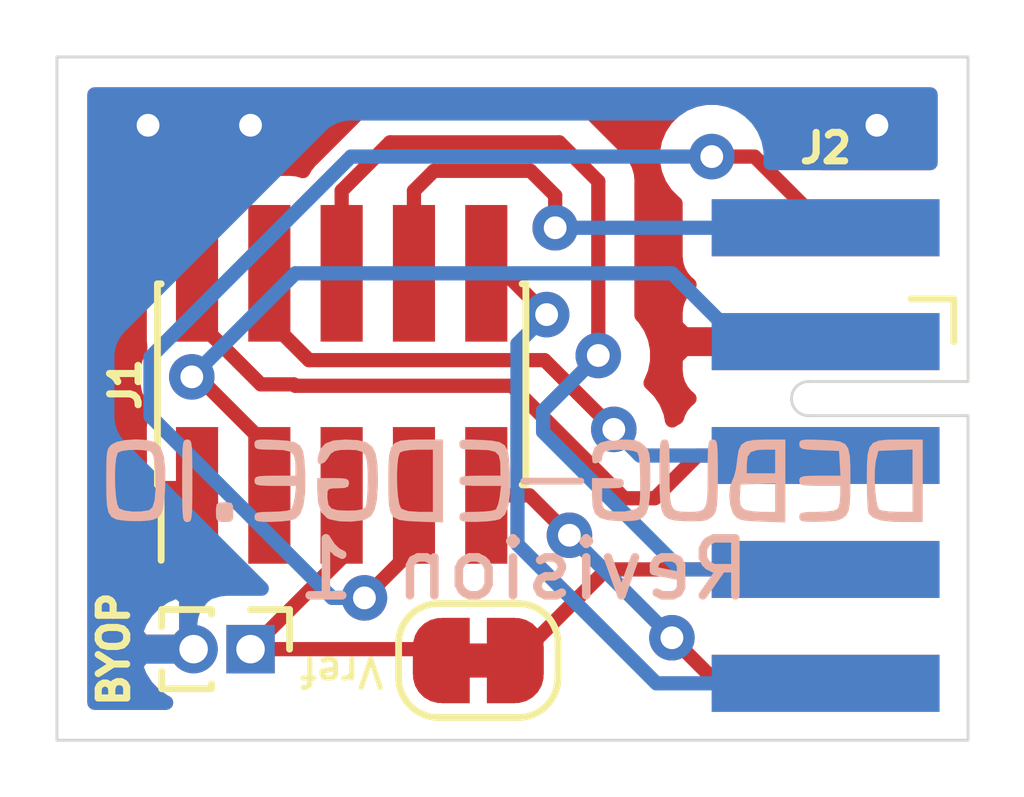
<source format=kicad_pcb>
(kicad_pcb (version 20171130) (host pcbnew "(5.1.6)-1")

  (general
    (thickness 1.6)
    (drawings 7)
    (tracks 76)
    (zones 0)
    (modules 5)
    (nets 12)
  )

  (page A4)
  (title_block
    (title "DebugEdge Adapter")
    (date 2020-08-26)
    (rev 1)
    (company debug-edge.io)
    (comment 1 "Based on @GregDavill's and @tannewt's idea!")
  )

  (layers
    (0 F.Cu signal)
    (31 B.Cu signal)
    (32 B.Adhes user)
    (33 F.Adhes user)
    (34 B.Paste user)
    (35 F.Paste user)
    (36 B.SilkS user)
    (37 F.SilkS user)
    (38 B.Mask user)
    (39 F.Mask user)
    (40 Dwgs.User user)
    (41 Cmts.User user)
    (42 Eco1.User user)
    (43 Eco2.User user)
    (44 Edge.Cuts user)
    (45 Margin user)
    (46 B.CrtYd user)
    (47 F.CrtYd user)
    (48 B.Fab user)
    (49 F.Fab user hide)
  )

  (setup
    (last_trace_width 0.25)
    (trace_clearance 0.2)
    (zone_clearance 0.508)
    (zone_45_only no)
    (trace_min 0.2)
    (via_size 0.8)
    (via_drill 0.4)
    (via_min_size 0.4)
    (via_min_drill 0.3)
    (uvia_size 0.3)
    (uvia_drill 0.1)
    (uvias_allowed no)
    (uvia_min_size 0.2)
    (uvia_min_drill 0.1)
    (edge_width 0.05)
    (segment_width 0.2)
    (pcb_text_width 0.3)
    (pcb_text_size 1.5 1.5)
    (mod_edge_width 0.12)
    (mod_text_size 1 1)
    (mod_text_width 0.15)
    (pad_size 1.524 1.524)
    (pad_drill 0.762)
    (pad_to_mask_clearance 0.05)
    (aux_axis_origin 0 0)
    (visible_elements 7FFFFFFF)
    (pcbplotparams
      (layerselection 0x010fc_ffffffff)
      (usegerberextensions false)
      (usegerberattributes true)
      (usegerberadvancedattributes true)
      (creategerberjobfile true)
      (excludeedgelayer true)
      (linewidth 0.100000)
      (plotframeref false)
      (viasonmask false)
      (mode 1)
      (useauxorigin false)
      (hpglpennumber 1)
      (hpglpenspeed 20)
      (hpglpendiameter 15.000000)
      (psnegative false)
      (psa4output false)
      (plotreference true)
      (plotvalue true)
      (plotinvisibletext false)
      (padsonsilk false)
      (subtractmaskfromsilk false)
      (outputformat 1)
      (mirror false)
      (drillshape 1)
      (scaleselection 1)
      (outputdirectory ""))
  )

  (net 0 "")
  (net 1 /~RESET~)
  (net 2 GND)
  (net 3 /SWCLK)
  (net 4 /SWDIO)
  (net 5 VCC)
  (net 6 "Net-(J1-Pad7)")
  (net 7 "Net-(J1-Pad10)")
  (net 8 "Net-(J1-Pad9)")
  (net 9 "Net-(J1-Pad8)")
  (net 10 "Net-(J1-Pad6)")
  (net 11 "Net-(J2-Pad5)")

  (net_class Default "This is the default net class."
    (clearance 0.2)
    (trace_width 0.25)
    (via_dia 0.8)
    (via_drill 0.4)
    (uvia_dia 0.3)
    (uvia_drill 0.1)
    (add_net /SWCLK)
    (add_net /SWDIO)
    (add_net /~RESET~)
    (add_net GND)
    (add_net "Net-(J1-Pad10)")
    (add_net "Net-(J1-Pad6)")
    (add_net "Net-(J1-Pad7)")
    (add_net "Net-(J1-Pad8)")
    (add_net "Net-(J1-Pad9)")
    (add_net "Net-(J2-Pad5)")
    (add_net VCC)
  )

  (module Connector_DebugEdge:DebugEdge_2x05_Host (layer F.Cu) (tedit 5F4725D8) (tstamp 5F46580B)
    (at 170 95 270)
    (path /5F46B9DC)
    (fp_text reference J2 (at -5.4 2.5 180) (layer F.SilkS)
      (effects (font (size 0.5 0.5) (thickness 0.125)))
    )
    (fp_text value DebugEdge_02x05 (at -1.2 -2 270) (layer F.Fab)
      (effects (font (size 1 1) (thickness 0.15)))
    )
    (fp_line (start 5 -0.5) (end 5 5) (layer B.CrtYd) (width 0.05))
    (fp_line (start -5 -0.5) (end 5 -0.5) (layer B.CrtYd) (width 0.05))
    (fp_line (start -5 5) (end -5 -0.5) (layer B.CrtYd) (width 0.05))
    (fp_line (start 5 5) (end -5 5) (layer B.CrtYd) (width 0.05))
    (fp_line (start -5 -0.5) (end -5 5) (layer F.CrtYd) (width 0.05))
    (fp_line (start 5 -0.5) (end -5 -0.5) (layer F.CrtYd) (width 0.05))
    (fp_line (start 5 5) (end 5 -0.5) (layer F.CrtYd) (width 0.05))
    (fp_line (start -5 5) (end 5 5) (layer F.CrtYd) (width 0.05))
    (fp_line (start -0.7 0) (end 5 0) (layer Edge.Cuts) (width 0.05))
    (fp_line (start -5 0) (end -1.3 0) (layer Edge.Cuts) (width 0.05))
    (fp_line (start -0.7 2.8) (end -0.7 0) (layer Edge.Cuts) (width 0.05))
    (fp_line (start -1.3 0) (end -1.3 2.8) (layer Edge.Cuts) (width 0.05))
    (fp_line (start -2 0.25) (end -2.75 0.25) (layer F.SilkS) (width 0.12))
    (fp_line (start -2.75 0.25) (end -2.75 1) (layer F.SilkS) (width 0.12))
    (fp_arc (start -1 2.8) (end -1.3 2.8) (angle -180) (layer Edge.Cuts) (width 0.05))
    (pad 9 smd rect (at 4 2.5 270) (size 1 4) (layers F.Cu F.Paste F.Mask)
      (net 8 "Net-(J1-Pad9)"))
    (pad 5 smd rect (at 2 2.5 270) (size 1 4) (layers F.Cu F.Paste F.Mask)
      (net 11 "Net-(J2-Pad5)"))
    (pad 2 smd rect (at 0 2.5 270) (size 1 4) (layers F.Cu F.Paste F.Mask)
      (net 4 /SWDIO))
    (pad 1 smd rect (at -2 2.5 270) (size 1 4) (layers F.Cu F.Paste F.Mask)
      (net 2 GND))
    (pad 7 smd rect (at -4 2.5 270) (size 1 4) (layers F.Cu F.Paste F.Mask)
      (net 6 "Net-(J1-Pad7)"))
    (pad 10 smd rect (at 4 2.5 270) (size 1 4) (layers B.Cu F.Paste F.Mask)
      (net 7 "Net-(J1-Pad10)"))
    (pad 6 smd rect (at 2 2.5 270) (size 1 4) (layers B.Cu F.Paste F.Mask)
      (net 10 "Net-(J1-Pad6)"))
    (pad 3 smd rect (at -2 2.5 270) (size 1 4) (layers B.Cu F.Paste F.Mask)
      (net 3 /SWCLK))
    (pad 8 smd rect (at -4 2.5 270) (size 1 4) (layers B.Cu F.Paste F.Mask)
      (net 9 "Net-(J1-Pad8)"))
    (pad 4 smd rect (at 0 2.5 270) (size 1 4) (layers B.Cu F.Paste F.Mask)
      (net 1 /~RESET~))
  )

  (module Connector_DebugEdge:DebugEdge_URL_Silk (layer B.Cu) (tedit 5F4720B6) (tstamp 5F47903F)
    (at 162.8 95.6 180)
    (fp_text reference Ref** (at 0 0) (layer B.SilkS) hide
      (effects (font (size 1.27 1.27) (thickness 0.15)) (justify mirror))
    )
    (fp_text value Val** (at 0 0) (layer B.SilkS) hide
      (effects (font (size 1.27 1.27) (thickness 0.15)) (justify mirror))
    )
    (fp_line (start -0.4 0.15) (end 0.6 0.15) (layer B.SilkS) (width 0.12))
    (fp_poly (pts (xy 7.591141 0.867949) (xy 7.743646 0.836661) (xy 7.82956 0.795407) (xy 7.870379 0.758155)
      (xy 7.898248 0.713908) (xy 7.91563 0.647049) (xy 7.92499 0.541956) (xy 7.928792 0.38301)
      (xy 7.9295 0.161919) (xy 7.927664 -0.093172) (xy 7.917079 -0.276144) (xy 7.890129 -0.399539)
      (xy 7.839198 -0.475896) (xy 7.756667 -0.517757) (xy 7.634922 -0.537662) (xy 7.499265 -0.54646)
      (xy 7.333137 -0.547855) (xy 7.185837 -0.536654) (xy 7.097057 -0.51759) (xy 7.025908 -0.482153)
      (xy 6.976859 -0.430568) (xy 6.944478 -0.346846) (xy 6.923333 -0.215001) (xy 6.907992 -0.019045)
      (xy 6.906337 0.009376) (xy 7.06388 0.009376) (xy 7.080307 -0.187653) (xy 7.118123 -0.310828)
      (xy 7.178051 -0.364365) (xy 7.179469 -0.364752) (xy 7.326723 -0.387426) (xy 7.484946 -0.387797)
      (xy 7.623432 -0.368021) (xy 7.711477 -0.330255) (xy 7.714809 -0.327142) (xy 7.74549 -0.254364)
      (xy 7.767698 -0.121025) (xy 7.781064 0.049759) (xy 7.785218 0.234874) (xy 7.779791 0.411204)
      (xy 7.764413 0.555634) (xy 7.738714 0.64505) (xy 7.730533 0.6562) (xy 7.658971 0.685006)
      (xy 7.534685 0.701416) (xy 7.388782 0.704919) (xy 7.252366 0.695003) (xy 7.156543 0.671156)
      (xy 7.146728 0.665807) (xy 7.109699 0.610889) (xy 7.084563 0.494203) (xy 7.069089 0.304929)
      (xy 7.068118 0.284473) (xy 7.06388 0.009376) (xy 6.906337 0.009376) (xy 6.903921 0.050834)
      (xy 6.899984 0.359281) (xy 6.927364 0.590909) (xy 6.986538 0.747747) (xy 7.077979 0.831824)
      (xy 7.087721 0.835859) (xy 7.233299 0.869177) (xy 7.411065 0.87933) (xy 7.591141 0.867949)) (layer B.SilkS) (width 0.01))
    (fp_poly (pts (xy 6.542181 0.872562) (xy 6.564459 0.853363) (xy 6.579559 0.806913) (xy 6.588872 0.721387)
      (xy 6.593788 0.584962) (xy 6.595699 0.385814) (xy 6.596 0.156667) (xy 6.595556 -0.105541)
      (xy 6.593297 -0.294909) (xy 6.587832 -0.423258) (xy 6.57777 -0.502415) (xy 6.561721 -0.544203)
      (xy 6.538291 -0.560446) (xy 6.511333 -0.563) (xy 6.480485 -0.559227) (xy 6.458206 -0.540028)
      (xy 6.443106 -0.493578) (xy 6.433794 -0.408053) (xy 6.428878 -0.271628) (xy 6.426967 -0.07248)
      (xy 6.426666 0.156667) (xy 6.42711 0.418876) (xy 6.429369 0.608243) (xy 6.434833 0.736593)
      (xy 6.444895 0.815749) (xy 6.460945 0.857537) (xy 6.484374 0.87378) (xy 6.511333 0.876334)
      (xy 6.542181 0.872562)) (layer B.SilkS) (width 0.01))
    (fp_poly (pts (xy 5.950032 -0.229459) (xy 5.992191 -0.261112) (xy 6.003002 -0.3437) (xy 6.003333 -0.393666)
      (xy 5.998847 -0.502084) (xy 5.971151 -0.550266) (xy 5.898887 -0.562621) (xy 5.855166 -0.563)
      (xy 5.7603 -0.557873) (xy 5.718141 -0.526221) (xy 5.707331 -0.443632) (xy 5.707 -0.393666)
      (xy 5.711485 -0.285248) (xy 5.739181 -0.237066) (xy 5.811446 -0.224711) (xy 5.855166 -0.224333)
      (xy 5.950032 -0.229459)) (layer B.SilkS) (width 0.01))
    (fp_poly (pts (xy 5.247745 0.873938) (xy 5.302707 0.860229) (xy 5.323202 0.831498) (xy 5.326 0.796011)
      (xy 5.31943 0.750505) (xy 5.287923 0.723856) (xy 5.213781 0.711078) (xy 5.079308 0.707186)
      (xy 5.009989 0.707) (xy 4.821833 0.699947) (xy 4.702588 0.670917) (xy 4.63711 0.608102)
      (xy 4.610258 0.499698) (xy 4.606333 0.392284) (xy 4.606333 0.241334) (xy 4.966166 0.241334)
      (xy 5.141128 0.239758) (xy 5.247998 0.232435) (xy 5.303332 0.215468) (xy 5.323686 0.184962)
      (xy 5.326 0.156667) (xy 5.319393 0.115751) (xy 5.288615 0.090643) (xy 5.217229 0.077534)
      (xy 5.088797 0.072613) (xy 4.960661 0.072) (xy 4.595322 0.072) (xy 4.617384 -0.123735)
      (xy 4.642215 -0.248554) (xy 4.679365 -0.336946) (xy 4.696973 -0.35592) (xy 4.766781 -0.37464)
      (xy 4.89317 -0.388018) (xy 5.04025 -0.393018) (xy 5.192624 -0.39583) (xy 5.278777 -0.407056)
      (xy 5.317103 -0.43219) (xy 5.325995 -0.476723) (xy 5.326 -0.478333) (xy 5.318457 -0.522116)
      (xy 5.283937 -0.54723) (xy 5.204604 -0.558428) (xy 5.06262 -0.560464) (xy 5.019083 -0.560134)
      (xy 4.852436 -0.552472) (xy 4.708441 -0.535102) (xy 4.617799 -0.511754) (xy 4.616791 -0.511276)
      (xy 4.531417 -0.428807) (xy 4.474468 -0.275583) (xy 4.445279 -0.048484) (xy 4.44318 0.255611)
      (xy 4.444588 0.294234) (xy 4.45727 0.520144) (xy 4.482447 0.675392) (xy 4.532839 0.773984)
      (xy 4.62117 0.829926) (xy 4.76016 0.857223) (xy 4.96253 0.86988) (xy 4.967661 0.870095)
      (xy 5.141627 0.876077) (xy 5.247745 0.873938)) (layer B.SilkS) (width 0.01))
    (fp_poly (pts (xy 3.944361 0.860097) (xy 4.085208 0.806462) (xy 4.171329 0.708042) (xy 4.20933 0.590584)
      (xy 4.219265 0.494058) (xy 4.193683 0.456307) (xy 4.168614 0.453) (xy 4.099283 0.486988)
      (xy 4.051151 0.54825) (xy 3.994897 0.634781) (xy 3.92462 0.682577) (xy 3.814907 0.702718)
      (xy 3.688607 0.706352) (xy 3.543563 0.700058) (xy 3.444672 0.671266) (xy 3.383273 0.606624)
      (xy 3.350709 0.492784) (xy 3.33832 0.316397) (xy 3.336981 0.164227) (xy 3.341243 -0.019444)
      (xy 3.352151 -0.17505) (xy 3.367796 -0.280422) (xy 3.37777 -0.309) (xy 3.432508 -0.347349)
      (xy 3.544939 -0.367533) (xy 3.696166 -0.3725) (xy 3.871761 -0.364874) (xy 3.979361 -0.334184)
      (xy 4.034872 -0.268714) (xy 4.054202 -0.156745) (xy 4.055351 -0.107916) (xy 4.051065 -0.023365)
      (xy 4.021851 0.016676) (xy 3.944764 0.028837) (xy 3.8655 0.029667) (xy 3.746452 0.035207)
      (xy 3.690158 0.05821) (xy 3.675072 0.108252) (xy 3.675 0.114334) (xy 3.683576 0.160154)
      (xy 3.721776 0.1857) (xy 3.80831 0.196728) (xy 3.950166 0.199) (xy 4.225333 0.199)
      (xy 4.225333 -0.006349) (xy 4.207238 -0.236992) (xy 4.150928 -0.397645) (xy 4.053368 -0.495327)
      (xy 4.004278 -0.517595) (xy 3.836138 -0.551144) (xy 3.634589 -0.556937) (xy 3.445093 -0.53522)
      (xy 3.369202 -0.514169) (xy 3.282892 -0.4557) (xy 3.22259 -0.347156) (xy 3.185499 -0.178898)
      (xy 3.168824 0.058711) (xy 3.167236 0.1821) (xy 3.174951 0.441025) (xy 3.204698 0.627568)
      (xy 3.26576 0.75305) (xy 3.367421 0.82879) (xy 3.518963 0.86611) (xy 3.729671 0.876328)
      (xy 3.736566 0.876334) (xy 3.944361 0.860097)) (layer B.SilkS) (width 0.01))
    (fp_poly (pts (xy 2.610737 0.873503) (xy 2.762477 0.857085) (xy 2.86512 0.815189) (xy 2.928254 0.735927)
      (xy 2.961469 0.607407) (xy 2.974354 0.41774) (xy 2.9765 0.161919) (xy 2.975123 -0.095571)
      (xy 2.964653 -0.280775) (xy 2.935581 -0.406075) (xy 2.8784 -0.48385) (xy 2.7836 -0.526481)
      (xy 2.641673 -0.546347) (xy 2.443109 -0.55583) (xy 2.424723 -0.556503) (xy 2.024 -0.571172)
      (xy 2.024 0.707) (xy 2.193333 0.707) (xy 2.193333 -0.393666) (xy 2.444309 -0.393666)
      (xy 2.629314 -0.381435) (xy 2.741353 -0.343588) (xy 2.761809 -0.327142) (xy 2.79249 -0.254364)
      (xy 2.814698 -0.121025) (xy 2.828064 0.049759) (xy 2.832218 0.234874) (xy 2.826791 0.411204)
      (xy 2.811413 0.555634) (xy 2.785714 0.64505) (xy 2.777533 0.6562) (xy 2.708712 0.683899)
      (xy 2.582074 0.702118) (xy 2.460033 0.707001) (xy 2.193333 0.707) (xy 2.024 0.707)
      (xy 2.024 0.876334) (xy 2.40031 0.876334) (xy 2.610737 0.873503)) (layer B.SilkS) (width 0.01))
    (fp_poly (pts (xy 1.649412 0.873938) (xy 1.704374 0.860229) (xy 1.724869 0.831498) (xy 1.727666 0.796011)
      (xy 1.721097 0.750505) (xy 1.68959 0.723856) (xy 1.615448 0.711078) (xy 1.480974 0.707186)
      (xy 1.411656 0.707) (xy 1.2235 0.699947) (xy 1.104254 0.670917) (xy 1.038777 0.608102)
      (xy 1.011924 0.499698) (xy 1.008 0.392284) (xy 1.008 0.241334) (xy 1.367833 0.241334)
      (xy 1.542794 0.239758) (xy 1.649665 0.232435) (xy 1.704999 0.215468) (xy 1.725352 0.184962)
      (xy 1.727666 0.156667) (xy 1.72106 0.115751) (xy 1.690282 0.090643) (xy 1.618896 0.077534)
      (xy 1.490464 0.072613) (xy 1.362327 0.072) (xy 0.996988 0.072) (xy 1.019051 -0.123735)
      (xy 1.043882 -0.248554) (xy 1.081031 -0.336946) (xy 1.09864 -0.35592) (xy 1.168447 -0.37464)
      (xy 1.294837 -0.388018) (xy 1.441916 -0.393018) (xy 1.594291 -0.39583) (xy 1.680444 -0.407056)
      (xy 1.718769 -0.43219) (xy 1.727662 -0.476723) (xy 1.727666 -0.478333) (xy 1.720123 -0.522116)
      (xy 1.685603 -0.54723) (xy 1.60627 -0.558428) (xy 1.464287 -0.560464) (xy 1.42075 -0.560134)
      (xy 1.254103 -0.552472) (xy 1.110108 -0.535102) (xy 1.019466 -0.511754) (xy 1.018458 -0.511276)
      (xy 0.932586 -0.429235) (xy 0.875802 -0.277865) (xy 0.847372 -0.053672) (xy 0.846563 0.246839)
      (xy 0.848697 0.297013) (xy 0.862748 0.522236) (xy 0.888271 0.676836) (xy 0.938016 0.774848)
      (xy 1.024733 0.830308) (xy 1.161173 0.857249) (xy 1.360086 0.869707) (xy 1.369327 0.870095)
      (xy 1.543293 0.876077) (xy 1.649412 0.873938)) (layer B.SilkS) (width 0.01))
    (fp_poly (pts (xy -0.899058 0.863143) (xy -0.741092 0.820003) (xy -0.646015 0.741565) (xy -0.604765 0.622481)
      (xy -0.601315 0.564888) (xy -0.611592 0.480821) (xy -0.650703 0.464396) (xy -0.66763 0.469638)
      (xy -0.735113 0.492052) (xy -0.752296 0.495334) (xy -0.766969 0.530763) (xy -0.77 0.575471)
      (xy -0.801125 0.655025) (xy -0.836963 0.681305) (xy -0.937705 0.701314) (xy -1.075393 0.707082)
      (xy -1.21895 0.700003) (xy -1.337301 0.681472) (xy -1.396534 0.6562) (xy -1.423132 0.583399)
      (xy -1.440118 0.429851) (xy -1.447151 0.198968) (xy -1.447334 0.147153) (xy -1.446627 -0.054604)
      (xy -1.442157 -0.187912) (xy -1.430398 -0.268991) (xy -1.407825 -0.314059) (xy -1.370911 -0.339334)
      (xy -1.338745 -0.352381) (xy -1.167988 -0.387951) (xy -0.972477 -0.386362) (xy -0.86525 -0.366984)
      (xy -0.804422 -0.337099) (xy -0.776538 -0.273817) (xy -0.77 -0.155895) (xy -0.77 0.029667)
      (xy -0.9605 0.029667) (xy -1.079548 0.035207) (xy -1.135842 0.05821) (xy -1.150928 0.108252)
      (xy -1.151 0.114334) (xy -1.142424 0.160154) (xy -1.104224 0.1857) (xy -1.01769 0.196728)
      (xy -0.875834 0.199) (xy -0.600667 0.199) (xy -0.600667 -0.090772) (xy -0.610934 -0.28715)
      (xy -0.651332 -0.415919) (xy -0.736257 -0.492215) (xy -0.880104 -0.531174) (xy -1.032539 -0.544842)
      (xy -1.192223 -0.547747) (xy -1.331976 -0.540116) (xy -1.404662 -0.527719) (xy -1.488329 -0.486208)
      (xy -1.547664 -0.412147) (xy -1.586274 -0.293285) (xy -1.607766 -0.117371) (xy -1.615745 0.127849)
      (xy -1.616043 0.190341) (xy -1.615199 0.39954) (xy -1.609891 0.542048) (xy -1.596932 0.635833)
      (xy -1.573134 0.698861) (xy -1.535308 0.7491) (xy -1.512758 0.772425) (xy -1.442674 0.830318)
      (xy -1.361117 0.861898) (xy -1.240519 0.87463) (xy -1.128975 0.876334) (xy -0.899058 0.863143)) (layer B.SilkS) (width 0.01))
    (fp_poly (pts (xy -1.837549 0.872033) (xy -1.814415 0.850571) (xy -1.799479 0.799112) (xy -1.790959 0.704818)
      (xy -1.787069 0.554853) (xy -1.786026 0.336378) (xy -1.786 0.26719) (xy -1.788063 -0.011432)
      (xy -1.798463 -0.216881) (xy -1.82352 -0.360627) (xy -1.869553 -0.454141) (xy -1.94288 -0.508891)
      (xy -2.049821 -0.536347) (xy -2.196696 -0.54798) (xy -2.23599 -0.549593) (xy -2.392494 -0.55167)
      (xy -2.520347 -0.546348) (xy -2.590334 -0.535157) (xy -2.668797 -0.498925) (xy -2.725061 -0.454198)
      (xy -2.762799 -0.387394) (xy -2.785681 -0.28493) (xy -2.79738 -0.133224) (xy -2.801567 0.081308)
      (xy -2.802 0.247895) (xy -2.801435 0.490489) (xy -2.798604 0.66106) (xy -2.791804 0.77225)
      (xy -2.779331 0.8367) (xy -2.759483 0.867052) (xy -2.730556 0.875949) (xy -2.717334 0.876334)
      (xy -2.683794 0.871928) (xy -2.660514 0.850027) (xy -2.645628 0.797603) (xy -2.637271 0.701628)
      (xy -2.633575 0.549074) (xy -2.632676 0.326916) (xy -2.632667 0.285157) (xy -2.631329 0.03181)
      (xy -2.623254 -0.149076) (xy -2.602357 -0.269702) (xy -2.562548 -0.34227) (xy -2.49774 -0.378984)
      (xy -2.401845 -0.392046) (xy -2.294 -0.393666) (xy -2.167605 -0.390983) (xy -2.077361 -0.374799)
      (xy -2.01718 -0.332912) (xy -1.980975 -0.253119) (xy -1.962659 -0.123218) (xy -1.956142 0.068993)
      (xy -1.955334 0.285157) (xy -1.954703 0.519343) (xy -1.951566 0.681893) (xy -1.944058 0.785833)
      (xy -1.930313 0.844191) (xy -1.908465 0.869995) (xy -1.876648 0.876271) (xy -1.870667 0.876334)
      (xy -1.837549 0.872033)) (layer B.SilkS) (width 0.01))
    (fp_poly (pts (xy -3.447924 0.870165) (xy -3.308172 0.844415) (xy -3.222369 0.788221) (xy -3.175379 0.690718)
      (xy -3.15207 0.541043) (xy -3.149586 0.512261) (xy -3.12888 0.361228) (xy -3.096843 0.234877)
      (xy -3.071494 0.178998) (xy -3.026649 0.058173) (xy -3.012834 -0.104353) (xy -3.028692 -0.272091)
      (xy -3.07287 -0.408552) (xy -3.094546 -0.441893) (xy -3.140438 -0.489079) (xy -3.198808 -0.519814)
      (xy -3.288889 -0.538626) (xy -3.429917 -0.550043) (xy -3.58138 -0.556503) (xy -3.987334 -0.571172)
      (xy -3.987334 -0.393666) (xy -3.818 -0.393666) (xy -3.572092 -0.393666) (xy -3.424171 -0.384591)
      (xy -3.302884 -0.361213) (xy -3.251715 -0.339214) (xy -3.202698 -0.27576) (xy -3.187769 -0.168304)
      (xy -3.190708 -0.095798) (xy -3.204167 0.093167) (xy -3.511084 0.105605) (xy -3.818 0.118043)
      (xy -3.818 -0.393666) (xy -3.987334 -0.393666) (xy -3.987334 0.707) (xy -3.818 0.707)
      (xy -3.818 0.283667) (xy -3.31 0.283667) (xy -3.31 0.444534) (xy -3.325579 0.583015)
      (xy -3.38232 0.66414) (xy -3.495232 0.700832) (xy -3.6148 0.707) (xy -3.818 0.707)
      (xy -3.987334 0.707) (xy -3.987334 0.876334) (xy -3.656758 0.876334) (xy -3.447924 0.870165)) (layer B.SilkS) (width 0.01))
    (fp_poly (pts (xy -4.33112 0.874235) (xy -4.270346 0.86226) (xy -4.24579 0.836834) (xy -4.241334 0.797591)
      (xy -4.248322 0.754436) (xy -4.280475 0.727336) (xy -4.354574 0.711512) (xy -4.487401 0.702186)
      (xy -4.590584 0.698129) (xy -4.939834 0.685834) (xy -4.952629 0.463584) (xy -4.965425 0.241334)
      (xy -4.603379 0.241334) (xy -4.427777 0.239776) (xy -4.320315 0.23253) (xy -4.264484 0.215736)
      (xy -4.243777 0.185532) (xy -4.241334 0.156667) (xy -4.24803 0.1155) (xy -4.279156 0.090354)
      (xy -4.351265 0.077334) (xy -4.480915 0.072545) (xy -4.601167 0.072) (xy -4.961 0.072)
      (xy -4.961 -0.110033) (xy -4.949828 -0.234777) (xy -4.921889 -0.326284) (xy -4.9102 -0.342866)
      (xy -4.839644 -0.370524) (xy -4.704412 -0.388339) (xy -4.550367 -0.393666) (xy -4.390649 -0.395773)
      (xy -4.297795 -0.405336) (xy -4.254042 -0.427224) (xy -4.241625 -0.466302) (xy -4.241334 -0.478333)
      (xy -4.248845 -0.522101) (xy -4.28327 -0.54716) (xy -4.362448 -0.558237) (xy -4.504219 -0.560058)
      (xy -4.54825 -0.559657) (xy -4.708751 -0.554912) (xy -4.840629 -0.545594) (xy -4.916624 -0.533669)
      (xy -4.918667 -0.532967) (xy -5.002131 -0.49574) (xy -5.060343 -0.446107) (xy -5.097787 -0.369494)
      (xy -5.118944 -0.251329) (xy -5.128298 -0.077039) (xy -5.130334 0.155137) (xy -5.128967 0.41204)
      (xy -5.119035 0.596672) (xy -5.091787 0.721428) (xy -5.038474 0.798706) (xy -4.950346 0.8409)
      (xy -4.818653 0.860407) (xy -4.634647 0.869621) (xy -4.625772 0.869963) (xy -4.444225 0.875792)
      (xy -4.33112 0.874235)) (layer B.SilkS) (width 0.01))
    (fp_poly (pts (xy -5.788741 0.873953) (xy -5.637963 0.858851) (xy -5.536218 0.819084) (xy -5.473894 0.742712)
      (xy -5.441377 0.617793) (xy -5.429052 0.432385) (xy -5.427307 0.174547) (xy -5.427315 0.16725)
      (xy -5.429891 -0.040668) (xy -5.436456 -0.219105) (xy -5.44605 -0.350312) (xy -5.457711 -0.416542)
      (xy -5.459065 -0.419079) (xy -5.539657 -0.490602) (xy -5.67472 -0.536438) (xy -5.874965 -0.55925)
      (xy -6.037717 -0.563) (xy -6.400334 -0.563) (xy -6.400334 -0.393666) (xy -6.231 -0.393666)
      (xy -5.966417 -0.393018) (xy -5.816959 -0.386832) (xy -5.697062 -0.371427) (xy -5.641512 -0.354193)
      (xy -5.609363 -0.293609) (xy -5.583619 -0.170962) (xy -5.565738 -0.008708) (xy -5.557178 0.170693)
      (xy -5.559397 0.344783) (xy -5.573853 0.491104) (xy -5.583607 0.537667) (xy -5.622278 0.685834)
      (xy -6.231 0.71071) (xy -6.231 -0.393666) (xy -6.400334 -0.393666) (xy -6.400334 0.876334)
      (xy -5.998167 0.876334) (xy -5.788741 0.873953)) (layer B.SilkS) (width 0.01))
  )

  (module Connector_PinHeader_1.00mm:PinHeader_1x02_P1.00mm_Vertical (layer F.Cu) (tedit 59FED738) (tstamp 5F47877A)
    (at 157.4 98.4 270)
    (descr "Through hole straight pin header, 1x02, 1.00mm pitch, single row")
    (tags "Through hole pin header THT 1x02 1.00mm single row")
    (path /5F4762C8)
    (fp_text reference J3 (at 0 2.2 90) (layer F.SilkS) hide
      (effects (font (size 0.5 0.5) (thickness 0.08)))
    )
    (fp_text value BYOP (at 0 4 90) (layer F.Fab)
      (effects (font (size 1 1) (thickness 0.15)))
    )
    (fp_line (start 1.15 -1) (end -1.15 -1) (layer F.CrtYd) (width 0.05))
    (fp_line (start 1.15 2) (end 1.15 -1) (layer F.CrtYd) (width 0.05))
    (fp_line (start -1.15 2) (end 1.15 2) (layer F.CrtYd) (width 0.05))
    (fp_line (start -1.15 -1) (end -1.15 2) (layer F.CrtYd) (width 0.05))
    (fp_line (start -0.695 -0.685) (end 0 -0.685) (layer F.SilkS) (width 0.12))
    (fp_line (start -0.695 0) (end -0.695 -0.685) (layer F.SilkS) (width 0.12))
    (fp_line (start 0.608276 0.685) (end 0.695 0.685) (layer F.SilkS) (width 0.12))
    (fp_line (start -0.695 0.685) (end -0.608276 0.685) (layer F.SilkS) (width 0.12))
    (fp_line (start 0.695 0.685) (end 0.695 1.56) (layer F.SilkS) (width 0.12))
    (fp_line (start -0.695 0.685) (end -0.695 1.56) (layer F.SilkS) (width 0.12))
    (fp_line (start 0.394493 1.56) (end 0.695 1.56) (layer F.SilkS) (width 0.12))
    (fp_line (start -0.695 1.56) (end -0.394493 1.56) (layer F.SilkS) (width 0.12))
    (fp_line (start -0.635 -0.1825) (end -0.3175 -0.5) (layer F.Fab) (width 0.1))
    (fp_line (start -0.635 1.5) (end -0.635 -0.1825) (layer F.Fab) (width 0.1))
    (fp_line (start 0.635 1.5) (end -0.635 1.5) (layer F.Fab) (width 0.1))
    (fp_line (start 0.635 -0.5) (end 0.635 1.5) (layer F.Fab) (width 0.1))
    (fp_line (start -0.3175 -0.5) (end 0.635 -0.5) (layer F.Fab) (width 0.1))
    (fp_text user %R (at 0 0.5) (layer F.Fab)
      (effects (font (size 0.76 0.76) (thickness 0.114)))
    )
    (pad 2 thru_hole oval (at 0 1 270) (size 0.85 0.85) (drill 0.5) (layers *.Cu *.Mask)
      (net 2 GND))
    (pad 1 thru_hole rect (at 0 0 270) (size 0.85 0.85) (drill 0.5) (layers *.Cu *.Mask)
      (net 5 VCC))
    (model ${KISYS3DMOD}/Connector_PinHeader_1.00mm.3dshapes/PinHeader_1x02_P1.00mm_Vertical.wrl
      (at (xyz 0 0 0))
      (scale (xyz 1 1 1))
      (rotate (xyz 0 0 0))
    )
  )

  (module Jumper:SolderJumper-2_P1.3mm_Bridged_RoundedPad1.0x1.5mm (layer F.Cu) (tedit 5C745284) (tstamp 5F478997)
    (at 161.4 98.6)
    (descr "SMD Solder Jumper, 1x1.5mm, rounded Pads, 0.3mm gap, bridged with 1 copper strip")
    (tags "solder jumper open")
    (path /5F47209A)
    (attr virtual)
    (fp_text reference JP1 (at 0 -1.8) (layer F.SilkS) hide
      (effects (font (size 1 1) (thickness 0.15)))
    )
    (fp_text value SolderJumper_2_Bridged (at -0.3 3.25) (layer F.Fab)
      (effects (font (size 1 1) (thickness 0.15)))
    )
    (fp_poly (pts (xy 0.25 -0.3) (xy -0.25 -0.3) (xy -0.25 0.3) (xy 0.25 0.3)) (layer F.Cu) (width 0))
    (fp_line (start 1.65 1.25) (end -1.65 1.25) (layer F.CrtYd) (width 0.05))
    (fp_line (start 1.65 1.25) (end 1.65 -1.25) (layer F.CrtYd) (width 0.05))
    (fp_line (start -1.65 -1.25) (end -1.65 1.25) (layer F.CrtYd) (width 0.05))
    (fp_line (start -1.65 -1.25) (end 1.65 -1.25) (layer F.CrtYd) (width 0.05))
    (fp_line (start -0.7 -1) (end 0.7 -1) (layer F.SilkS) (width 0.12))
    (fp_line (start 1.4 -0.3) (end 1.4 0.3) (layer F.SilkS) (width 0.12))
    (fp_line (start 0.7 1) (end -0.7 1) (layer F.SilkS) (width 0.12))
    (fp_line (start -1.4 0.3) (end -1.4 -0.3) (layer F.SilkS) (width 0.12))
    (fp_arc (start -0.7 -0.3) (end -0.7 -1) (angle -90) (layer F.SilkS) (width 0.12))
    (fp_arc (start -0.7 0.3) (end -1.4 0.3) (angle -90) (layer F.SilkS) (width 0.12))
    (fp_arc (start 0.7 0.3) (end 0.7 1) (angle -90) (layer F.SilkS) (width 0.12))
    (fp_arc (start 0.7 -0.3) (end 1.4 -0.3) (angle -90) (layer F.SilkS) (width 0.12))
    (pad 1 smd custom (at -0.65 0) (size 1 0.5) (layers F.Cu F.Mask)
      (net 5 VCC) (zone_connect 2)
      (options (clearance outline) (anchor rect))
      (primitives
        (gr_circle (center 0 0.25) (end 0.5 0.25) (width 0))
        (gr_circle (center 0 -0.25) (end 0.5 -0.25) (width 0))
        (gr_poly (pts
           (xy 0 -0.75) (xy 0.5 -0.75) (xy 0.5 0.75) (xy 0 0.75)) (width 0))
      ))
    (pad 2 smd custom (at 0.65 0) (size 1 0.5) (layers F.Cu F.Mask)
      (net 11 "Net-(J2-Pad5)") (zone_connect 2)
      (options (clearance outline) (anchor rect))
      (primitives
        (gr_circle (center 0 0.25) (end 0.5 0.25) (width 0))
        (gr_circle (center 0 -0.25) (end 0.5 -0.25) (width 0))
        (gr_poly (pts
           (xy 0 -0.75) (xy -0.5 -0.75) (xy -0.5 0.75) (xy 0 0.75)) (width 0))
      ))
  )

  (module Connector_PinHeader_1.27mm:PinHeader_2x05_P1.27mm_Vertical_SMD (layer F.Cu) (tedit 59FED6E3) (tstamp 5F478F5D)
    (at 159 93.75 90)
    (descr "surface-mounted straight pin header, 2x05, 1.27mm pitch, double rows")
    (tags "Surface mounted pin header SMD 2x05 1.27mm double row")
    (path /5F47310F)
    (attr smd)
    (fp_text reference J1 (at 0 -3.8 270) (layer F.SilkS)
      (effects (font (size 0.5 0.5) (thickness 0.125)))
    )
    (fp_text value "Upstream Host Connector" (at -1.45 -7.4 90) (layer F.Fab)
      (effects (font (size 1 1) (thickness 0.15)))
    )
    (fp_line (start 1.705 3.175) (end -1.705 3.175) (layer F.Fab) (width 0.1))
    (fp_line (start -1.27 -3.175) (end 1.705 -3.175) (layer F.Fab) (width 0.1))
    (fp_line (start -1.705 3.175) (end -1.705 -2.74) (layer F.Fab) (width 0.1))
    (fp_line (start -1.705 -2.74) (end -1.27 -3.175) (layer F.Fab) (width 0.1))
    (fp_line (start 1.705 -3.175) (end 1.705 3.175) (layer F.Fab) (width 0.1))
    (fp_line (start -1.705 -2.74) (end -2.75 -2.74) (layer F.Fab) (width 0.1))
    (fp_line (start -2.75 -2.74) (end -2.75 -2.34) (layer F.Fab) (width 0.1))
    (fp_line (start -2.75 -2.34) (end -1.705 -2.34) (layer F.Fab) (width 0.1))
    (fp_line (start 1.705 -2.74) (end 2.75 -2.74) (layer F.Fab) (width 0.1))
    (fp_line (start 2.75 -2.74) (end 2.75 -2.34) (layer F.Fab) (width 0.1))
    (fp_line (start 2.75 -2.34) (end 1.705 -2.34) (layer F.Fab) (width 0.1))
    (fp_line (start -1.705 -1.47) (end -2.75 -1.47) (layer F.Fab) (width 0.1))
    (fp_line (start -2.75 -1.47) (end -2.75 -1.07) (layer F.Fab) (width 0.1))
    (fp_line (start -2.75 -1.07) (end -1.705 -1.07) (layer F.Fab) (width 0.1))
    (fp_line (start 1.705 -1.47) (end 2.75 -1.47) (layer F.Fab) (width 0.1))
    (fp_line (start 2.75 -1.47) (end 2.75 -1.07) (layer F.Fab) (width 0.1))
    (fp_line (start 2.75 -1.07) (end 1.705 -1.07) (layer F.Fab) (width 0.1))
    (fp_line (start -1.705 -0.2) (end -2.75 -0.2) (layer F.Fab) (width 0.1))
    (fp_line (start -2.75 -0.2) (end -2.75 0.2) (layer F.Fab) (width 0.1))
    (fp_line (start -2.75 0.2) (end -1.705 0.2) (layer F.Fab) (width 0.1))
    (fp_line (start 1.705 -0.2) (end 2.75 -0.2) (layer F.Fab) (width 0.1))
    (fp_line (start 2.75 -0.2) (end 2.75 0.2) (layer F.Fab) (width 0.1))
    (fp_line (start 2.75 0.2) (end 1.705 0.2) (layer F.Fab) (width 0.1))
    (fp_line (start -1.705 1.07) (end -2.75 1.07) (layer F.Fab) (width 0.1))
    (fp_line (start -2.75 1.07) (end -2.75 1.47) (layer F.Fab) (width 0.1))
    (fp_line (start -2.75 1.47) (end -1.705 1.47) (layer F.Fab) (width 0.1))
    (fp_line (start 1.705 1.07) (end 2.75 1.07) (layer F.Fab) (width 0.1))
    (fp_line (start 2.75 1.07) (end 2.75 1.47) (layer F.Fab) (width 0.1))
    (fp_line (start 2.75 1.47) (end 1.705 1.47) (layer F.Fab) (width 0.1))
    (fp_line (start -1.705 2.34) (end -2.75 2.34) (layer F.Fab) (width 0.1))
    (fp_line (start -2.75 2.34) (end -2.75 2.74) (layer F.Fab) (width 0.1))
    (fp_line (start -2.75 2.74) (end -1.705 2.74) (layer F.Fab) (width 0.1))
    (fp_line (start 1.705 2.34) (end 2.75 2.34) (layer F.Fab) (width 0.1))
    (fp_line (start 2.75 2.34) (end 2.75 2.74) (layer F.Fab) (width 0.1))
    (fp_line (start 2.75 2.74) (end 1.705 2.74) (layer F.Fab) (width 0.1))
    (fp_line (start -1.765 -3.235) (end 1.765 -3.235) (layer F.SilkS) (width 0.12))
    (fp_line (start -1.765 3.235) (end 1.765 3.235) (layer F.SilkS) (width 0.12))
    (fp_line (start -3.09 -3.17) (end -1.765 -3.17) (layer F.SilkS) (width 0.12))
    (fp_line (start -1.765 -3.235) (end -1.765 -3.17) (layer F.SilkS) (width 0.12))
    (fp_line (start 1.765 -3.235) (end 1.765 -3.17) (layer F.SilkS) (width 0.12))
    (fp_line (start -1.765 3.17) (end -1.765 3.235) (layer F.SilkS) (width 0.12))
    (fp_line (start 1.765 3.17) (end 1.765 3.235) (layer F.SilkS) (width 0.12))
    (fp_line (start -4.3 -3.7) (end -4.3 3.7) (layer F.CrtYd) (width 0.05))
    (fp_line (start -4.3 3.7) (end 4.3 3.7) (layer F.CrtYd) (width 0.05))
    (fp_line (start 4.3 3.7) (end 4.3 -3.7) (layer F.CrtYd) (width 0.05))
    (fp_line (start 4.3 -3.7) (end -4.3 -3.7) (layer F.CrtYd) (width 0.05))
    (fp_text user %R (at 0 0 180) (layer F.Fab)
      (effects (font (size 1 1) (thickness 0.15)))
    )
    (pad 10 smd rect (at 1.95 2.54 90) (size 2.4 0.74) (layers F.Cu F.Paste F.Mask)
      (net 7 "Net-(J1-Pad10)"))
    (pad 9 smd rect (at -1.95 2.54 90) (size 2.4 0.74) (layers F.Cu F.Paste F.Mask)
      (net 8 "Net-(J1-Pad9)"))
    (pad 8 smd rect (at 1.95 1.27 90) (size 2.4 0.74) (layers F.Cu F.Paste F.Mask)
      (net 9 "Net-(J1-Pad8)"))
    (pad 7 smd rect (at -1.95 1.27 90) (size 2.4 0.74) (layers F.Cu F.Paste F.Mask)
      (net 6 "Net-(J1-Pad7)"))
    (pad 6 smd rect (at 1.95 0 90) (size 2.4 0.74) (layers F.Cu F.Paste F.Mask)
      (net 10 "Net-(J1-Pad6)"))
    (pad 5 smd rect (at -1.95 0 90) (size 2.4 0.74) (layers F.Cu F.Paste F.Mask)
      (net 5 VCC))
    (pad 4 smd rect (at 1.95 -1.27 90) (size 2.4 0.74) (layers F.Cu F.Paste F.Mask)
      (net 1 /~RESET~))
    (pad 3 smd rect (at -1.95 -1.27 90) (size 2.4 0.74) (layers F.Cu F.Paste F.Mask)
      (net 3 /SWCLK))
    (pad 2 smd rect (at 1.95 -2.54 90) (size 2.4 0.74) (layers F.Cu F.Paste F.Mask)
      (net 4 /SWDIO))
    (pad 1 smd rect (at -1.95 -2.54 90) (size 2.4 0.74) (layers F.Cu F.Paste F.Mask)
      (net 2 GND))
    (model ${KISYS3DMOD}/Connector_PinHeader_1.27mm.3dshapes/PinHeader_2x05_P1.27mm_Vertical_SMD.wrl
      (at (xyz 0 0 0))
      (scale (xyz 1 1 1))
      (rotate (xyz 0 0 0))
    )
  )

  (gr_text "Revision 1" (at 162.2 97) (layer B.SilkS)
    (effects (font (size 1 1) (thickness 0.15)) (justify mirror))
  )
  (gr_text Vref (at 159 98.8 180) (layer F.SilkS) (tstamp 5F478BF1)
    (effects (font (size 0.5 0.5) (thickness 0.09)))
  )
  (gr_text BYOP (at 155 98.4 90) (layer F.SilkS)
    (effects (font (size 0.5 0.5) (thickness 0.125)))
  )
  (gr_line (start 154 100) (end 170 100) (layer Edge.Cuts) (width 0.05) (tstamp 5F4644F1))
  (gr_line (start 154 88) (end 154 100) (layer Edge.Cuts) (width 0.05))
  (gr_line (start 170 88) (end 154 88) (layer Edge.Cuts) (width 0.05))
  (gr_line (start 170 90) (end 170 88) (layer Edge.Cuts) (width 0.05))

  (segment (start 157.73 91.8) (end 157.73 92.63) (width 0.25) (layer F.Cu) (net 1))
  (segment (start 162.563819 93.325001) (end 163.779645 94.540827) (width 0.25) (layer F.Cu) (net 1))
  (segment (start 158.425001 93.325001) (end 162.563819 93.325001) (width 0.25) (layer F.Cu) (net 1))
  (segment (start 167.5 95) (end 164.238818 95) (width 0.25) (layer B.Cu) (net 1))
  (segment (start 164.238818 95) (end 163.779645 94.540827) (width 0.25) (layer B.Cu) (net 1))
  (via (at 163.779645 94.540827) (size 0.8) (drill 0.4) (layers F.Cu B.Cu) (net 1))
  (segment (start 157.73 92.63) (end 158.425001 93.325001) (width 0.25) (layer F.Cu) (net 1))
  (via (at 155.6 89.2) (size 0.8) (drill 0.4) (layers F.Cu B.Cu) (net 2))
  (via (at 157.4 89.2) (size 0.8) (drill 0.4) (layers F.Cu B.Cu) (net 2))
  (via (at 168.4 89.2) (size 0.8) (drill 0.4) (layers F.Cu B.Cu) (net 2))
  (via (at 156.368135 93.618442) (size 0.8) (drill 0.4) (layers F.Cu B.Cu) (net 3))
  (segment (start 156.478442 93.618442) (end 156.368135 93.618442) (width 0.25) (layer F.Cu) (net 3))
  (segment (start 157.73 95.7) (end 157.73 94.87) (width 0.25) (layer F.Cu) (net 3))
  (segment (start 157.73 94.87) (end 156.478442 93.618442) (width 0.25) (layer F.Cu) (net 3))
  (segment (start 164.8 91.8) (end 166 93) (width 0.25) (layer B.Cu) (net 3))
  (segment (start 166 93) (end 167.5 93) (width 0.25) (layer B.Cu) (net 3))
  (segment (start 156.368135 93.618442) (end 158.186577 91.8) (width 0.25) (layer B.Cu) (net 3))
  (segment (start 158.186577 91.8) (end 164.8 91.8) (width 0.25) (layer B.Cu) (net 3))
  (segment (start 165.25 95) (end 167.5 95) (width 0.25) (layer F.Cu) (net 4))
  (segment (start 164.5 95.75) (end 165.25 95) (width 0.25) (layer F.Cu) (net 4))
  (segment (start 163.963498 95.75) (end 164.5 95.75) (width 0.25) (layer F.Cu) (net 4))
  (segment (start 158.183599 93.775012) (end 161.98851 93.775012) (width 0.25) (layer F.Cu) (net 4))
  (segment (start 156.46 92.63) (end 157.58 93.75) (width 0.25) (layer F.Cu) (net 4))
  (segment (start 158.158587 93.75) (end 158.183599 93.775012) (width 0.25) (layer F.Cu) (net 4))
  (segment (start 156.46 91.8) (end 156.46 92.63) (width 0.25) (layer F.Cu) (net 4))
  (segment (start 161.98851 93.775012) (end 163.963498 95.75) (width 0.25) (layer F.Cu) (net 4))
  (segment (start 157.58 93.75) (end 158.158587 93.75) (width 0.25) (layer F.Cu) (net 4))
  (segment (start 160.55 98.4) (end 160.75 98.6) (width 0.25) (layer F.Cu) (net 5))
  (segment (start 157.4 98.4) (end 160.55 98.4) (width 0.25) (layer F.Cu) (net 5))
  (segment (start 159 96.8) (end 159 95.7) (width 0.25) (layer F.Cu) (net 5))
  (segment (start 157.4 98.4) (end 159 96.8) (width 0.25) (layer F.Cu) (net 5))
  (via (at 165.5 89.75) (size 0.8) (drill 0.4) (layers F.Cu B.Cu) (net 6))
  (segment (start 166.25 89.75) (end 167.5 91) (width 0.25) (layer F.Cu) (net 6))
  (segment (start 165.5 89.75) (end 166.25 89.75) (width 0.25) (layer F.Cu) (net 6))
  (segment (start 159.163575 89.75) (end 155.643134 93.270441) (width 0.25) (layer B.Cu) (net 6))
  (segment (start 165.5 89.75) (end 159.163575 89.75) (width 0.25) (layer B.Cu) (net 6))
  (segment (start 158.834315 97.5) (end 159.4 97.5) (width 0.25) (layer B.Cu) (net 6))
  (segment (start 155.643134 93.270441) (end 155.643134 94.308819) (width 0.25) (layer B.Cu) (net 6))
  (segment (start 155.643134 94.308819) (end 158.834315 97.5) (width 0.25) (layer B.Cu) (net 6))
  (segment (start 160.27 96.63) (end 159.4 97.5) (width 0.25) (layer F.Cu) (net 6))
  (via (at 159.4 97.5) (size 0.8) (drill 0.4) (layers F.Cu B.Cu) (net 6))
  (segment (start 160.27 95.7) (end 160.27 96.63) (width 0.25) (layer F.Cu) (net 6))
  (segment (start 167.5 99) (end 167.6 99) (width 0.25) (layer B.Cu) (net 7))
  (via (at 162.6 92.525) (size 0.8) (drill 0.4) (layers F.Cu B.Cu) (net 7))
  (segment (start 161.54 91.8) (end 161.875 91.8) (width 0.25) (layer F.Cu) (net 7))
  (segment (start 161.875 91.8) (end 162.6 92.525) (width 0.25) (layer F.Cu) (net 7))
  (segment (start 164.526988 99) (end 167.5 99) (width 0.25) (layer B.Cu) (net 7))
  (segment (start 162.087642 96.560654) (end 164.526988 99) (width 0.25) (layer B.Cu) (net 7))
  (segment (start 162.087642 93.037358) (end 162.087642 96.560654) (width 0.25) (layer B.Cu) (net 7))
  (segment (start 162.6 92.525) (end 162.087642 93.037358) (width 0.25) (layer B.Cu) (net 7))
  (via (at 163 96.4) (size 0.8) (drill 0.4) (layers F.Cu B.Cu) (net 8))
  (segment (start 161.54 95.7) (end 162.3 95.7) (width 0.25) (layer F.Cu) (net 8))
  (segment (start 162.3 95.7) (end 163 96.4) (width 0.25) (layer F.Cu) (net 8))
  (segment (start 163 96.4) (end 164.8 98.2) (width 0.25) (layer B.Cu) (net 8))
  (via (at 164.8 98.2) (size 0.8) (drill 0.4) (layers F.Cu B.Cu) (net 8))
  (segment (start 165.6 99) (end 164.8 98.2) (width 0.25) (layer F.Cu) (net 8))
  (segment (start 167.5 99) (end 165.6 99) (width 0.25) (layer F.Cu) (net 8))
  (segment (start 162.315685 90) (end 162.75 90.434315) (width 0.25) (layer F.Cu) (net 9))
  (segment (start 160.27 91.8) (end 160.27 90.35) (width 0.25) (layer F.Cu) (net 9))
  (segment (start 162.75 90.434315) (end 162.75 91) (width 0.25) (layer F.Cu) (net 9))
  (segment (start 167.5 91) (end 162.75 91) (width 0.25) (layer B.Cu) (net 9))
  (segment (start 160.27 90.35) (end 160.62 90) (width 0.25) (layer F.Cu) (net 9))
  (via (at 162.75 91) (size 0.8) (drill 0.4) (layers F.Cu B.Cu) (net 9))
  (segment (start 160.62 90) (end 162.315685 90) (width 0.25) (layer F.Cu) (net 9))
  (segment (start 162.537652 94.212348) (end 163.507069 93.242931) (width 0.25) (layer B.Cu) (net 10))
  (segment (start 167.5 97) (end 164.952304 97) (width 0.25) (layer B.Cu) (net 10))
  (segment (start 162.537652 94.585348) (end 162.537652 94.212348) (width 0.25) (layer B.Cu) (net 10))
  (segment (start 164.952304 97) (end 162.537652 94.585348) (width 0.25) (layer B.Cu) (net 10))
  (via (at 163.507069 93.242931) (size 0.8) (drill 0.4) (layers F.Cu B.Cu) (net 10))
  (segment (start 159.85 89.5) (end 162.823002 89.5) (width 0.25) (layer F.Cu) (net 10))
  (segment (start 159 91.8) (end 159 90.35) (width 0.25) (layer F.Cu) (net 10))
  (segment (start 163.507069 90.184067) (end 163.507069 93.242931) (width 0.25) (layer F.Cu) (net 10))
  (segment (start 162.823002 89.5) (end 163.507069 90.184067) (width 0.25) (layer F.Cu) (net 10))
  (segment (start 159 90.35) (end 159.85 89.5) (width 0.25) (layer F.Cu) (net 10))
  (segment (start 163.65 97) (end 167.5 97) (width 0.25) (layer F.Cu) (net 11))
  (segment (start 162.05 98.6) (end 163.65 97) (width 0.25) (layer F.Cu) (net 11))

  (zone (net 2) (net_name GND) (layer B.Cu) (tstamp 5F464E7B) (hatch edge 0.508)
    (connect_pads (clearance 0.508))
    (min_thickness 0.254)
    (fill yes (arc_segments 32) (thermal_gap 0.508) (thermal_bridge_width 0.508))
    (polygon
      (pts
        (xy 171 101) (xy 153 101) (xy 153 87) (xy 171 87)
      )
    )
    (filled_polygon
      (pts
        (xy 169.34 89.861928) (xy 166.533013 89.861928) (xy 166.535 89.851939) (xy 166.535 89.648061) (xy 166.495226 89.448102)
        (xy 166.417205 89.259744) (xy 166.303937 89.090226) (xy 166.159774 88.946063) (xy 165.990256 88.832795) (xy 165.801898 88.754774)
        (xy 165.601939 88.715) (xy 165.398061 88.715) (xy 165.198102 88.754774) (xy 165.009744 88.832795) (xy 164.840226 88.946063)
        (xy 164.796289 88.99) (xy 159.200897 88.99) (xy 159.163574 88.986324) (xy 159.126251 88.99) (xy 159.126242 88.99)
        (xy 159.014589 89.000997) (xy 158.871328 89.044454) (xy 158.739299 89.115026) (xy 158.739297 89.115027) (xy 158.739298 89.115027)
        (xy 158.652571 89.186201) (xy 158.652567 89.186205) (xy 158.623574 89.209999) (xy 158.59978 89.238992) (xy 155.132137 92.706637)
        (xy 155.103133 92.73044) (xy 155.048005 92.797615) (xy 155.00816 92.846165) (xy 154.937589 92.978194) (xy 154.937588 92.978195)
        (xy 154.894131 93.121456) (xy 154.883134 93.233109) (xy 154.883134 93.233119) (xy 154.879458 93.270441) (xy 154.883134 93.307764)
        (xy 154.883135 94.271487) (xy 154.879458 94.308819) (xy 154.883135 94.346152) (xy 154.894132 94.457805) (xy 154.907314 94.501261)
        (xy 154.937588 94.601065) (xy 155.00816 94.733095) (xy 155.062969 94.799879) (xy 155.103134 94.84882) (xy 155.132132 94.872618)
        (xy 157.59644 97.336928) (xy 156.975 97.336928) (xy 156.850518 97.349188) (xy 156.73082 97.385498) (xy 156.722083 97.390168)
        (xy 156.690062 97.38046) (xy 156.527 97.507743) (xy 156.527 97.521201) (xy 156.523815 97.523815) (xy 156.444463 97.620506)
        (xy 156.385498 97.73082) (xy 156.349188 97.850518) (xy 156.336928 97.975) (xy 156.336928 98.547) (xy 156.273 98.547)
        (xy 156.273 98.527) (xy 155.506379 98.527) (xy 155.380453 98.690064) (xy 155.456632 98.883394) (xy 155.569064 99.058148)
        (xy 155.713429 99.207609) (xy 155.884178 99.326034) (xy 155.916307 99.34) (xy 154.66 99.34) (xy 154.66 98.109936)
        (xy 155.380453 98.109936) (xy 155.506379 98.273) (xy 156.273 98.273) (xy 156.273 97.507743) (xy 156.109938 97.38046)
        (xy 156.07475 97.391128) (xy 155.884178 97.473966) (xy 155.713429 97.592391) (xy 155.569064 97.741852) (xy 155.456632 97.916606)
        (xy 155.380453 98.109936) (xy 154.66 98.109936) (xy 154.66 88.66) (xy 169.340001 88.66)
      )
    )
  )
  (zone (net 2) (net_name GND) (layer F.Cu) (tstamp 5F466A93) (hatch edge 0.508)
    (connect_pads (clearance 0.508))
    (min_thickness 0.254)
    (fill yes (arc_segments 32) (thermal_gap 0.508) (thermal_bridge_width 0.508))
    (polygon
      (pts
        (xy 171 101) (xy 153 101) (xy 153 87) (xy 171 87)
      )
    )
    (filled_polygon
      (pts
        (xy 169.34 89.861928) (xy 167.43673 89.861928) (xy 166.813804 89.239003) (xy 166.790001 89.209999) (xy 166.674276 89.115026)
        (xy 166.542247 89.044454) (xy 166.398986 89.000997) (xy 166.287333 88.99) (xy 166.287322 88.99) (xy 166.25 88.986324)
        (xy 166.212678 88.99) (xy 166.203711 88.99) (xy 166.159774 88.946063) (xy 165.990256 88.832795) (xy 165.801898 88.754774)
        (xy 165.601939 88.715) (xy 165.398061 88.715) (xy 165.198102 88.754774) (xy 165.009744 88.832795) (xy 164.840226 88.946063)
        (xy 164.696063 89.090226) (xy 164.582795 89.259744) (xy 164.504774 89.448102) (xy 164.465 89.648061) (xy 164.465 89.851939)
        (xy 164.504774 90.051898) (xy 164.582795 90.240256) (xy 164.696063 90.409774) (xy 164.840226 90.553937) (xy 164.861928 90.568438)
        (xy 164.861928 91.5) (xy 164.874188 91.624482) (xy 164.910498 91.74418) (xy 164.969463 91.854494) (xy 165.048815 91.951185)
        (xy 165.108296 92) (xy 165.048815 92.048815) (xy 164.969463 92.145506) (xy 164.910498 92.25582) (xy 164.874188 92.375518)
        (xy 164.861928 92.5) (xy 164.865 92.71425) (xy 165.02375 92.873) (xy 167.373 92.873) (xy 167.373 92.853)
        (xy 167.627 92.853) (xy 167.627 92.873) (xy 167.647 92.873) (xy 167.647 93.04) (xy 167.167581 93.04)
        (xy 167.135304 93.043179) (xy 167.131401 93.043179) (xy 167.122236 93.044143) (xy 167.098633 93.046791) (xy 167.070617 93.04955)
        (xy 167.068611 93.050158) (xy 167.064051 93.05067) (xy 167.005541 93.063107) (xy 166.946871 93.074723) (xy 166.938068 93.077448)
        (xy 166.88226 93.095151) (xy 166.827285 93.118713) (xy 166.807179 93.127) (xy 165.02375 93.127) (xy 164.865 93.28575)
        (xy 164.861928 93.5) (xy 164.874188 93.624482) (xy 164.910498 93.74418) (xy 164.969463 93.854494) (xy 165.048815 93.951185)
        (xy 165.108296 94) (xy 165.048815 94.048815) (xy 164.969463 94.145506) (xy 164.910498 94.25582) (xy 164.887366 94.332077)
        (xy 164.825724 94.365026) (xy 164.80357 94.383208) (xy 164.774871 94.238929) (xy 164.69685 94.050571) (xy 164.583582 93.881053)
        (xy 164.439419 93.73689) (xy 164.426356 93.728161) (xy 164.502295 93.544829) (xy 164.542069 93.34487) (xy 164.542069 93.140992)
        (xy 164.502295 92.941033) (xy 164.424274 92.752675) (xy 164.311006 92.583157) (xy 164.267069 92.53922) (xy 164.267069 90.22139)
        (xy 164.270745 90.184067) (xy 164.267069 90.146744) (xy 164.267069 90.146734) (xy 164.256072 90.035081) (xy 164.212615 89.89182)
        (xy 164.142043 89.759791) (xy 164.04707 89.644066) (xy 164.018073 89.620269) (xy 163.386805 88.989002) (xy 163.363003 88.959999)
        (xy 163.247278 88.865026) (xy 163.115249 88.794454) (xy 162.971988 88.750997) (xy 162.860335 88.74) (xy 162.860324 88.74)
        (xy 162.823002 88.736324) (xy 162.78568 88.74) (xy 159.887333 88.74) (xy 159.85 88.736323) (xy 159.812667 88.74)
        (xy 159.701014 88.750997) (xy 159.557753 88.794454) (xy 159.425724 88.865026) (xy 159.309999 88.959999) (xy 159.286201 88.988997)
        (xy 158.488998 89.786201) (xy 158.46 89.809999) (xy 158.436202 89.838997) (xy 158.436201 89.838998) (xy 158.365026 89.925724)
        (xy 158.323127 90.004112) (xy 158.224482 89.974188) (xy 158.1 89.961928) (xy 157.36 89.961928) (xy 157.235518 89.974188)
        (xy 157.11582 90.010498) (xy 157.095 90.021627) (xy 157.07418 90.010498) (xy 156.954482 89.974188) (xy 156.83 89.961928)
        (xy 156.09 89.961928) (xy 155.965518 89.974188) (xy 155.84582 90.010498) (xy 155.735506 90.069463) (xy 155.638815 90.148815)
        (xy 155.559463 90.245506) (xy 155.500498 90.35582) (xy 155.464188 90.475518) (xy 155.451928 90.6) (xy 155.451928 93)
        (xy 155.462803 93.110417) (xy 155.45093 93.128186) (xy 155.372909 93.316544) (xy 155.333135 93.516503) (xy 155.333135 93.720381)
        (xy 155.372909 93.92034) (xy 155.45093 94.108698) (xy 155.522158 94.215298) (xy 155.500498 94.25582) (xy 155.464188 94.375518)
        (xy 155.451928 94.5) (xy 155.455 95.41425) (xy 155.61375 95.573) (xy 156.333 95.573) (xy 156.333 95.553)
        (xy 156.587 95.553) (xy 156.587 95.573) (xy 156.607 95.573) (xy 156.607 95.827) (xy 156.587 95.827)
        (xy 156.587 97.37625) (xy 156.634545 97.423795) (xy 156.527 97.507743) (xy 156.527 97.521201) (xy 156.523815 97.523815)
        (xy 156.444463 97.620506) (xy 156.385498 97.73082) (xy 156.349188 97.850518) (xy 156.336928 97.975) (xy 156.336928 98.547)
        (xy 156.273 98.547) (xy 156.273 98.527) (xy 155.506379 98.527) (xy 155.380453 98.690064) (xy 155.456632 98.883394)
        (xy 155.569064 99.058148) (xy 155.713429 99.207609) (xy 155.884178 99.326034) (xy 155.916307 99.34) (xy 154.66 99.34)
        (xy 154.66 98.109936) (xy 155.380453 98.109936) (xy 155.506379 98.273) (xy 156.273 98.273) (xy 156.273 97.507743)
        (xy 156.232848 97.476402) (xy 156.333 97.37625) (xy 156.333 95.827) (xy 155.61375 95.827) (xy 155.455 95.98575)
        (xy 155.451928 96.9) (xy 155.464188 97.024482) (xy 155.500498 97.14418) (xy 155.559463 97.254494) (xy 155.638815 97.351185)
        (xy 155.735506 97.430537) (xy 155.84582 97.489502) (xy 155.856922 97.49287) (xy 155.713429 97.592391) (xy 155.569064 97.741852)
        (xy 155.456632 97.916606) (xy 155.380453 98.109936) (xy 154.66 98.109936) (xy 154.66 88.66) (xy 169.340001 88.66)
      )
    )
  )
)

</source>
